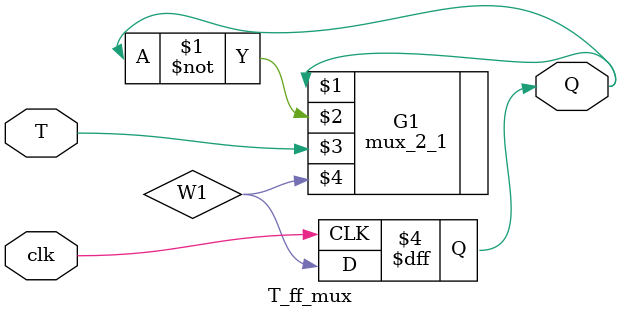
<source format=v>
module T_ff_mux(input T,clk,output reg Q=1'b1  );

wire W1;

mux_2_1 G1(Q,~Q,T,W1);

always @(posedge clk) begin

  Q<=W1;

end

endmodule


</source>
